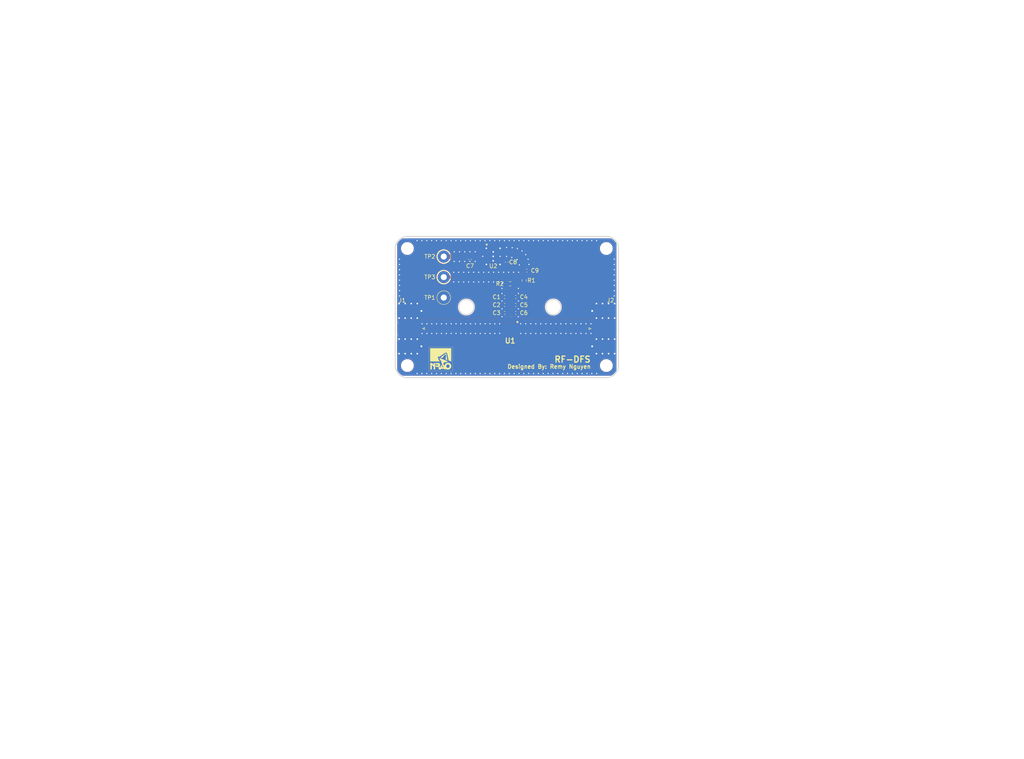
<source format=kicad_pcb>
(kicad_pcb (version 20221018) (generator pcbnew)
  (layers (0 "F.Cu" signal) (1 "In1.Cu" signal) (2 "In2.Cu" signal) (31 "B.Cu" signal) (34 "B.Paste" user) (35 "F.Paste" user) (36 "B.SilkS" user "B.Silkscreen") (37 "F.SilkS" user "F.Silkscreen") (38 "B.Mask" user) (39 "F.Mask" user) (44 "Edge.Cuts" user))
  (net 0 "")
  (net 1 "Net-(IC2-VDD)")
  (net 2 "Net-(IC2-VE)")
  (net 3 "GND")
  (net 4 "Vin")
  (net 5 "Net-(U2-BYP)")
  (net 6 "2.6VDC")
  (net 7 "Net-(IC2-RF-IN)")
  (net 8 "Net-(IC2-RF-OUT)")
  (footprint "Resistor_SMD:R_0603_1608Metric" (layer "F.Cu") (at 142.75 82.065 90)
    (fp_text reference "R1" (at 0.005 0.73 180) (layer "F.SilkS") (effects (justify left)))
    (fp_text value "10 Ω")
    (pad "1" smd roundrect (at -0.825 0 90) (size 0.8 0.95) (layers "F.Cu" "F.Paste" "F.Mask") (net 1 "Net-(IC2-VDD)"))
    (pad "2" smd roundrect (at 0.825 0 90) (size 0.8 0.95) (layers "F.Cu" "F.Paste" "F.Mask") (net 6 "2.6VDC"))
  )
  (footprint "Capacitor_SMD:C_0402_1005Metric" (layer "F.Cu") (at 140.68 88.13)
    (fp_text reference "C5" (at 0.92 0) (layer "F.SilkS") (effects (justify left)))
    (fp_text value "1000 pF")
    (pad "1" smd roundrect (at -0.48 0) (size 0.56 0.62) (layers "F.Cu" "F.Paste" "F.Mask") (net 1 "Net-(IC2-VDD)"))
    (pad "2" smd roundrect (at 0.48 0) (size 0.56 0.62) (layers "F.Cu" "F.Paste" "F.Mask") (net 3 "GND"))
  )
  (footprint "Capacitor_SMD:C_0402_1005Metric" (layer "F.Cu") (at 143.42 79.62)
    (fp_text reference "C9" (at 0.91 0) (layer "F.SilkS") (effects (justify left)))
    (fp_text value "2.2 uF")
    (pad "1" smd roundrect (at -0.48 0) (size 0.56 0.62) (layers "F.Cu" "F.Paste" "F.Mask") (net 6 "2.6VDC"))
    (pad "2" smd roundrect (at 0.48 0) (size 0.56 0.62) (layers "F.Cu" "F.Paste" "F.Mask") (net 3 "GND"))
  )
  (footprint "Capacitor_SMD:C_0402_1005Metric" (layer "F.Cu") (at 129.35 76.86 -90)
    (fp_text reference "C7" (at 1.6 0 -180) (layer "F.SilkS"))
    (fp_text value "0.33 uF")
    (pad "1" smd roundrect (at -0.48 0 270) (size 0.56 0.62) (layers "F.Cu" "F.Paste" "F.Mask") (net 4 "Vin"))
    (pad "2" smd roundrect (at 0.48 0 270) (size 0.56 0.62) (layers "F.Cu" "F.Paste" "F.Mask") (net 3 "GND"))
  )
  (footprint "Capacitor_SMD:C_0402_1005Metric" (layer "F.Cu") (at 140.68 90.1)
    (fp_text reference "C6" (at 0.92 0) (layer "F.SilkS") (effects (justify left)))
    (fp_text value "100 pF")
    (pad "1" smd roundrect (at -0.48 0) (size 0.56 0.62) (layers "F.Cu" "F.Paste" "F.Mask") (net 1 "Net-(IC2-VDD)"))
    (pad "2" smd roundrect (at 0.48 0) (size 0.56 0.62) (layers "F.Cu" "F.Paste" "F.Mask") (net 3 "GND"))
  )
  (footprint "Capacitor_SMD:C_0402_1005Metric" (layer "F.Cu") (at 137.92 86.16)
    (fp_text reference "C1" (at -0.92 0) (layer "F.SilkS") (effects (justify right)))
    (fp_text value "0.33 uF")
    (pad "1" smd roundrect (at -0.48 0) (size 0.56 0.62) (layers "F.Cu" "F.Paste" "F.Mask") (net 3 "GND"))
    (pad "2" smd roundrect (at 0.48 0) (size 0.56 0.62) (layers "F.Cu" "F.Paste" "F.Mask") (net 2 "Net-(IC2-VE)"))
  )
  (footprint "TestPoint:TestPoint_Loop_D2.54mm_Drill1.5mm_Beaded" (layer "F.Cu") (at 122.85 86.32)
    (fp_text reference "TP1" (at -2 0) (layer "F.SilkS") (effects (justify right)))
    (fp_text value "GND")
    (pad "1" thru_hole circle (at 0 0) (size 3 3) (drill 1.5) (layers "*.Cu" "*.Mask") (net 3 "GND"))
  )
  (footprint "Capacitor_SMD:C_0402_1005Metric" (layer "F.Cu") (at 138.475 77.53 -90)
    (fp_text reference "C8" (at 0 -0.465) (layer "F.SilkS") (effects (justify left)))
    (fp_text value "470 pF")
    (pad "1" smd roundrect (at -0.48 0 270) (size 0.56 0.62) (layers "F.Cu" "F.Paste" "F.Mask") (net 5 "Net-(U2-BYP)"))
    (pad "2" smd roundrect (at 0.48 0 270) (size 0.56 0.62) (layers "F.Cu" "F.Paste" "F.Mask") (net 3 "GND"))
  )
  (footprint "footprints:SMA_Molex_73251-1153_EdgeMount_Horizontal_TunedOSH" (layer "F.Cu") (at 161.31 94 180)
    (fp_text reference "J2" (at -3.79 7) (layer "F.SilkS") (effects (justify right)))
    (fp_text value "Conn_Coaxial" hide)
    (pad "1" smd rect (at -1.72 0 180) (size 5.08 2.29) (layers "F.Cu" "F.Paste" "F.Mask") (net 8 "Net-(IC2-RF-OUT)") (clearance 0.6))
    (pad "2" smd rect (at -1.72 -4.38 180) (size 5.08 2.42) (layers "F.Cu" "F.Paste" "F.Mask") (net 3 "GND"))
    (pad "2" smd rect (at -1.72 -4.38 180) (size 5.08 2.42) (layers "B.Cu" "B.Paste" "B.Mask") (net 3 "GND"))
    (pad "2" smd rect (at -1.72 4.38 180) (size 5.08 2.42) (layers "F.Cu" "F.Paste" "F.Mask") (net 3 "GND"))
    (pad "2" smd rect (at -1.72 4.38 180) (size 5.08 2.42) (layers "B.Cu" "B.Paste" "B.Mask") (net 3 "GND"))
    (pad "2" smd rect (at 1.27 -4.38 180) (size 0.95 0.46) (layers "F.Cu") (net 3 "GND"))
    (pad "2" smd rect (at 1.27 -4.38 180) (size 0.95 0.46) (layers "B.Cu") (net 3 "GND"))
    (pad "2" smd rect (at 1.27 4.38 180) (size 0.95 0.46) (layers "F.Cu") (net 3 "GND"))
    (pad "2" smd rect (at 1.27 4.38 180) (size 0.95 0.46) (layers "B.Cu") (net 3 "GND"))
    (pad "2" thru_hole circle (at 1.72 -4.38 180) (size 0.97 0.97) (drill 0.46) (layers "*.Cu") (net 3 "GND"))
    (pad "2" thru_hole circle (at 1.72 4.38 180) (size 0.97 0.97) (drill 0.46) (layers "*.Cu") (net 3 "GND"))
  )
  (footprint "imports:SOT-23-5_M5_MCH" (layer "F.Cu") (at 135.1 76.1)
    (fp_text reference "U2" (at 0 2.4 unlocked) (layer "F.SilkS"))
    (fp_text value "MIC5219-2.6YM5-TR")
    (fp_text user "*" (at -1.61925 -2.601) (layer "F.SilkS"))
    (pad "1" smd rect (at -1.36525 -0.950001) (size 0.9779 0.508) (layers "F.Cu" "F.Paste" "F.Mask") (net 4 "Vin"))
    (pad "2" smd rect (at -1.36525 0) (size 0.9779 0.508) (layers "F.Cu" "F.Paste" "F.Mask") (net 3 "GND"))
    (pad "3" smd rect (at -1.36525 0.950001) (size 0.9779 0.508) (layers "F.Cu" "F.Paste" "F.Mask") (net 4 "Vin"))
    (pad "4" smd rect (at 1.36525 0.950001) (size 0.9779 0.508) (layers "F.Cu" "F.Paste" "F.Mask") (net 5 "Net-(U2-BYP)"))
    (pad "5" smd rect (at 1.36525 -0.950001) (size 0.9779 0.508) (layers "F.Cu" "F.Paste" "F.Mask") (net 6 "2.6VDC"))
  )
  (footprint "FabDrawingTemplates:FabDrawing-4Layer-Metric-Compact-OSH" (layer "F.Cu") (at 55.5 135.5)
    (fp_text reference " " hide)
    (fp_text value " " hide)
  )
  (footprint "TestPoint:TestPoint_Loop_D2.54mm_Drill1.5mm_Beaded" (layer "F.Cu") (at 122.85 81.24)
    (fp_text reference "TP3" (at -2 0) (layer "F.SilkS") (effects (justify right)))
    (fp_text value "2.6VDC")
    (pad "1" thru_hole circle (at 0 0) (size 3 3) (drill 1.5) (layers "*.Cu" "*.Mask") (net 6 "2.6VDC"))
  )
  (footprint "Mini-Circuits:QFN51P250X350X85-17N" (layer "F.Cu") (at 139.3 94 -90)
    (fp_text reference "U1" (at 3 0) (layer "F.SilkS") (effects (font (size 1.27 1.27) (thickness 0.254))))
    (fp_text value "PMA-183PLN+" hide)
    (pad "1" smd rect (at -1.2 -1.02) (size 0.3 0.85) (layers "F.Cu" "F.Paste" "F.Mask") (net 3 "GND"))
    (pad "2" smd rect (at -1.2 -0.51) (size 0.3 0.85) (layers "F.Cu" "F.Paste" "F.Mask") (net 1 "Net-(IC2-VDD)"))
    (pad "3" smd rect (at -1.2 0) (size 0.3 0.85) (layers "F.Cu" "F.Paste" "F.Mask") (net 3 "GND"))
    (pad "4" smd rect (at -1.2 0.51) (size 0.3 0.85) (layers "F.Cu" "F.Paste" "F.Mask") (net 2 "Net-(IC2-VE)"))
    (pad "5" smd rect (at -1.2 1.02) (size 0.3 0.85) (layers "F.Cu" "F.Paste" "F.Mask") (net 3 "GND"))
    (pad "6" smd rect (at -0.51 1.7 270) (size 0.3 0.85) (layers "F.Cu" "F.Paste" "F.Mask") (net 3 "GND"))
    (pad "7" smd rect (at 0 1.7 270) (size 0.3 0.85) (layers "F.Cu" "F.Paste" "F.Mask") (net 7 "Net-(IC2-RF-IN)"))
    (pad "8" smd rect (at 0.51 1.7 270) (size 0.3 0.85) (layers "F.Cu" "F.Paste" "F.Mask") (net 3 "GND"))
    (pad "9" smd rect (at 1.2 1.02) (size 0.3 0.85) (layers "F.Cu" "F.Paste" "F.Mask") (net 3 "GND"))
    (pad "10" smd rect (at 1.2 0.51) (size 0.3 0.85) (layers "F.Cu" "F.Paste" "F.Mask") (net 3 "GND"))
    (pad "11" smd rect (at 1.2 0) (size 0.3 0.85) (layers "F.Cu" "F.Paste" "F.Mask") (net 3 "GND"))
    (pad "12" smd rect (at 1.2 -0.51) (size 0.3 0.85) (layers "F.Cu" "F.Paste" "F.Mask") (net 3 "GND"))
    (pad "13" smd rect (at 1.2 -1.02) (size 0.3 0.85) (layers "F.Cu" "F.Paste" "F.Mask") (net 3 "GND"))
    (pad "14" smd rect (at 0.51 -1.7 270) (size 0.3 0.85) (layers "F.Cu" "F.Paste" "F.Mask") (net 3 "GND"))
    (pad "15" smd rect (at 0 -1.7 270) (size 0.3 0.85) (layers "F.Cu" "F.Paste" "F.Mask") (net 8 "Net-(IC2-RF-OUT)"))
    (pad "16" smd rect (at -0.51 -1.7 270) (size 0.3 0.85) (layers "F.Cu" "F.Paste" "F.Mask") (net 3 "GND"))
    (pad "17" smd rect (at 0 0 270) (size 0.99 2.01) (layers "F.Cu" "F.Paste" "F.Mask") (net 3 "GND"))
  )
  (footprint "MountingHole:MountingHole_2.7mm_M2.5" (layer "F.Cu") (at 163.1 103.15)
    (fp_text reference "REF**" hide)
    (fp_text value "MountingHole_2.7mm_M2.5" hide)
    (pad "" np_thru_hole circle (at 0 0) (size 2.7 2.7) (drill 2.7) (layers "*.Mask" "F.Cu" "In1.Cu" "In2.Cu" "B.Cu"))
  )
  (footprint "Resistor_SMD:R_0603_1608Metric" (layer "F.Cu") (at 139.3 82.89)
    (fp_text reference "R2" (at -1.49 0) (layer "F.SilkS") (effects (justify right)))
    (fp_text value "180 Ω")
    (pad "1" smd roundrect (at -0.825 0) (size 0.8 0.95) (layers "F.Cu" "F.Paste" "F.Mask") (net 2 "Net-(IC2-VE)"))
    (pad "2" smd roundrect (at 0.825 0) (size 0.8 0.95) (layers "F.Cu" "F.Paste" "F.Mask") (net 1 "Net-(IC2-VDD)"))
  )
  (footprint "TestPoint:TestPoint_Loop_D2.54mm_Drill1.5mm_Beaded" (layer "F.Cu") (at 122.85 76.16)
    (fp_text reference "TP2" (at -2 0) (layer "F.SilkS") (effects (justify right)))
    (fp_text value "Vin")
    (pad "1" thru_hole circle (at 0 0) (size 3 3) (drill 1.5) (layers "*.Cu" "*.Mask") (net 4 "Vin"))
  )
  (footprint "Capacitor_SMD:C_0402_1005Metric" (layer "F.Cu") (at 137.92 90.1)
    (fp_text reference "C3" (at -0.92 0) (layer "F.SilkS") (effects (justify right)))
    (fp_text value "100 pF")
    (pad "1" smd roundrect (at -0.48 0) (size 0.56 0.62) (layers "F.Cu" "F.Paste" "F.Mask") (net 3 "GND"))
    (pad "2" smd roundrect (at 0.48 0) (size 0.56 0.62) (layers "F.Cu" "F.Paste" "F.Mask") (net 2 "Net-(IC2-VE)"))
  )
  (footprint "footprints.pretty:nrao1_6mm_silk" (layer "F.Cu") (at 122.1 101.5)
    (fp_text reference "G***" hide)
    (fp_text value "LOGO" hide)
  )
  (footprint "MountingHole:MountingHole_2.7mm_M2.5" (layer "F.Cu") (at 163.1 74.15)
    (fp_text reference "REF**" hide)
    (fp_text value "MountingHole_2.7mm_M2.5" hide)
    (pad "" np_thru_hole circle (at 0 0) (size 2.7 2.7) (drill 2.7) (layers "*.Mask" "F.Cu" "In1.Cu" "In2.Cu" "B.Cu"))
  )
  (footprint "MountingHole:MountingHole_2.7mm_M2.5" (layer "F.Cu") (at 113.85 74.15)
    (fp_text reference "REF**" hide)
    (fp_text value "MountingHole_2.7mm_M2.5" hide)
    (pad "" np_thru_hole circle (at 0 0) (size 2.7 2.7) (drill 2.7) (layers "*.Mask" "F.Cu" "In1.Cu" "In2.Cu" "B.Cu"))
  )
  (footprint "imports:RF-DFS-GCPW-OSH" (layer "F.Cu") (at 207 147.5)
    (fp_text reference "" hide)
    (fp_text value "" hide)
  )
  (footprint "footprints:SMA_Molex_73251-1153_EdgeMount_Horizontal_TunedOSH" (layer "F.Cu") (at 115.6 94)
    (fp_text reference "J1" (at -4 -7) (layer "F.SilkS") (effects (justify left)))
    (fp_text value "Conn_Coaxial" hide)
    (pad "1" smd rect (at -1.72 0) (size 5.08 2.29) (layers "F.Cu" "F.Paste" "F.Mask") (net 7 "Net-(IC2-RF-IN)") (clearance 0.6))
    (pad "2" smd rect (at -1.72 -4.38) (size 5.08 2.42) (layers "F.Cu" "F.Paste" "F.Mask") (net 3 "GND"))
    (pad "2" smd rect (at -1.72 -4.38) (size 5.08 2.42) (layers "B.Cu" "B.Paste" "B.Mask") (net 3 "GND"))
    (pad "2" smd rect (at -1.72 4.38) (size 5.08 2.42) (layers "F.Cu" "F.Paste" "F.Mask") (net 3 "GND"))
    (pad "2" smd rect (at -1.72 4.38) (size 5.08 2.42) (layers "B.Cu" "B.Paste" "B.Mask") (net 3 "GND"))
    (pad "2" smd rect (at 1.27 -4.38) (size 0.95 0.46) (layers "F.Cu") (net 3 "GND"))
    (pad "2" smd rect (at 1.27 -4.38) (size 0.95 0.46) (layers "B.Cu") (net 3 "GND"))
    (pad "2" smd rect (at 1.27 4.38) (size 0.95 0.46) (layers "F.Cu") (net 3 "GND"))
    (pad "2" smd rect (at 1.27 4.38) (size 0.95 0.46) (layers "B.Cu") (net 3 "GND"))
    (pad "2" thru_hole circle (at 1.72 -4.38) (size 0.97 0.97) (drill 0.46) (layers "*.Cu") (net 3 "GND"))
    (pad "2" thru_hole circle (at 1.72 4.38) (size 0.97 0.97) (drill 0.46) (layers "*.Cu") (net 3 "GND"))
  )
  (footprint "Capacitor_SMD:C_0402_1005Metric" (layer "F.Cu") (at 137.92 88.13)
    (fp_text reference "C2" (at -0.92 0) (layer "F.SilkS") (effects (justify right)))
    (fp_text value "1000 pF")
    (pad "1" smd roundrect (at -0.48 0) (size 0.56 0.62) (layers "F.Cu" "F.Paste" "F.Mask") (net 3 "GND"))
    (pad "2" smd roundrect (at 0.48 0) (size 0.56 0.62) (layers "F.Cu" "F.Paste" "F.Mask") (net 2 "Net-(IC2-VE)"))
  )
  (footprint "MountingHole:MountingHole_2.7mm_M2.5" (layer "F.Cu") (at 113.85 103.15)
    (fp_text reference "REF**" hide)
    (fp_text value "MountingHole_2.7mm_M2.5" hide)
    (pad "" np_thru_hole circle (at 0 0) (size 2.7 2.7) (drill 2.7) (layers "*.Cu" "*.Mask"))
  )
  (footprint "Capacitor_SMD:C_0402_1005Metric" (layer "F.Cu") (at 140.68 86.16)
    (fp_text reference "C4" (at 0.92 0) (layer "F.SilkS") (effects (justify left)))
    (fp_text value "0.33 uF")
    (pad "1" smd roundrect (at -0.48 0) (size 0.56 0.62) (layers "F.Cu" "F.Paste" "F.Mask") (net 1 "Net-(IC2-VDD)"))
    (pad "2" smd roundrect (at 0.48 0) (size 0.56 0.62) (layers "F.Cu" "F.Paste" "F.Mask") (net 3 "GND"))
  )
  (gr_arc (start 166.100001 103.150001) (mid 165.221321 105.271321) (end 163.100001 106.150001) (stroke (width 0.2)) (layer "Edge.Cuts"))
  (gr_line (start 166.1 88.65) (end 166.100001 74.149999) (stroke (width 0.2)) (layer "Edge.Cuts"))
  (gr_arc (start 110.85 74.15) (mid 111.72868 72.02868) (end 113.85 71.15) (stroke (width 0.2)) (layer "Edge.Cuts"))
  (gr_line (start 163.100001 71.149999) (end 113.85 71.15) (stroke (width 0.2)) (layer "Edge.Cuts"))
  (gr_arc (start 163.100001 71.149999) (mid 165.221321 72.028679) (end 166.100001 74.149999) (stroke (width 0.2)) (layer "Edge.Cuts"))
  (gr_line (start 166.100001 103.150001) (end 166.1 88.65) (stroke (width 0.2)) (layer "Edge.Cuts"))
  (gr_line (start 113.849999 106.150001) (end 163.100001 106.150001) (stroke (width 0.2)) (layer "Edge.Cuts"))
  (gr_line (start 110.85 74.15) (end 110.85 88.65) (stroke (width 0.2)) (layer "Edge.Cuts"))
  (gr_circle (center 128.4531 88.65) (end 130.32 88.65) (stroke (width 0.2)) (fill none) (layer "Edge.Cuts"))
  (gr_arc (start 113.849999 106.150001) (mid 111.728679 105.271321) (end 110.849999 103.150001) (stroke (width 0.2)) (layer "Edge.Cuts"))
  (gr_circle (center 149.975486 88.65) (end 151.842386 88.65) (stroke (width 0.2)) (fill none) (layer "Edge.Cuts"))
  (gr_line (start 110.85 88.65) (end 110.849999 103.150001) (stroke (width 0.2)) (layer "Edge.Cuts"))
  (gr_text "RF-DFS" (at 159.35 102.5) (layer "F.SilkS") (effects (font (size 1.5 1.5) (thickness 0.3) bold) (justify right bottom)))
  (gr_text "Designed By: Remy Nguyen" (at 159.35 104) (layer "F.SilkS") (effects (font (size 1 1) (thickness 0.2) bold) (justify right bottom)))
  (segment (start 142.75 82.89) (end 140.175 82.89) (width 0.8) (layer "F.Cu") (net 1))
  (segment (start 139.983578 91.31642) (end 139.951421 91.348578) (width 0.3) (layer "F.Cu") (net 1))
  (segment (start 140.125 82.89) (end 140.125 90.5) (width 0.8) (layer "F.Cu") (net 1))
  (segment (start 140.125 90.975) (end 140.125 90.5) (width 0.3) (layer "F.Cu") (net 1))
  (segment (start 139.81 91.69) (end 139.81 92.8) (width 0.3) (layer "F.Cu") (net 1))
  (arc (start 139.951421 91.348578) (mid 139.846753 91.505223) (end 139.809999 91.69) (width 0.3) (layer "F.Cu") (net 1))
  (arc (start 139.983578 91.31642) (mid 140.088245 91.159775) (end 140.124999 90.975) (width 0.3) (layer "F.Cu") (net 1))
  (segment (start 138.616421 91.316421) (end 138.648578 91.348578) (width 0.3) (layer "F.Cu") (net 2))
  (segment (start 138.475 90.975) (end 138.475 90.5) (width 0.3) (layer "F.Cu") (net 2))
  (segment (start 138.79 91.69) (end 138.79 92.8) (width 0.3) (layer "F.Cu") (net 2))
  (segment (start 138.475 82.89) (end 138.475 90.5) (width 0.8) (layer "F.Cu") (net 2))
  (arc (start 138.648578 91.348578) (mid 138.753244 91.505223) (end 138.789999 91.689999) (width 0.3) (layer "F.Cu") (net 2))
  (arc (start 138.616421 91.316421) (mid 138.511753 91.159775) (end 138.474999 90.975) (width 0.3) (layer "F.Cu") (net 2))
  (segment (start 132.5 76.1) (end 133.7 76.1) (width 0.508) (layer "F.Cu") (net 3))
  (via (at 137.87439 105.1) (size 0.6) (drill 0.3) (layers "F.Cu" "B.Cu") (net 3))
  (via (at 130.667073 105.1) (size 0.6) (drill 0.3) (layers "F.Cu" "B.Cu") (net 3))
  (via (at 117.483157 95.2) (size 0.6) (drill 0.3) (layers "F.Cu" "B.Cu") (net 3))
  (via (at 156.815294 92.8) (size 0.6) (drill 0.3) (layers "F.Cu" "B.Cu") (net 3))
  (via (at 143.142941 95.2) (size 0.6) (drill 0.3) (layers "F.Cu" "B.Cu") (net 3))
  (via (at 162.15 91.4) (size 0.8) (drill 0.4) (layers "F.Cu" "B.Cu") (net 3))
  (via (at 134.268292 72.2) (size 0.6) (drill 0.3) (layers "F.Cu" "B.Cu") (net 3))
  (via (at 159.301176 92.8) (size 0.6) (drill 0.3) (layers "F.Cu" "B.Cu") (net 3))
  (via (at 125.32 82.44) (size 0.6) (drill 0.3) (layers "F.Cu" "B.Cu") (net 3))
  (via (at 124.658536 72.2) (size 0.6) (drill 0.3) (layers "F.Cu" "B.Cu") (net 3))
  (via (at 131.495 82.44) (size 0.6) (drill 0.3) (layers "F.Cu" "B.Cu") (net 3))
  (via (at 113.3 100.2) (size 0.8) (drill 0.4) (layers "F.Cu" "B.Cu") (net 3))
  (via (at 123.457317 72.2) (size 0.6) (drill 0.3) (layers "F.Cu" "B.Cu") (net 3))
  (via (at 148.114705 95.2) (size 0.6) (drill 0.3) (layers "F.Cu" "B.Cu") (net 3))
  (via (at 154.691463 105.1) (size 0.6) (drill 0.3) (layers "F.Cu" "B.Cu") (net 3))
  (via (at 129.493684 95.2) (size 0.6) (drill 0.3) (layers "F.Cu" "B.Cu") (net 3))
  (via (at 163.65 96.6) (size 0.8) (drill 0.4) (layers "F.Cu" "B.Cu") (net 3))
  (via (at 141.325 85.3) (size 0.6) (drill 0.3) (layers "F.Cu" "B.Cu") (net 3))
  (via (at 117.451219 72.2) (size 0.6) (drill 0.3) (layers "F.Cu" "B.Cu") (net 3))
  (via (at 143.142941 92.8) (size 0.6) (drill 0.3) (layers "F.Cu" "B.Cu") (net 3))
  (via (at 143.880487 105.1) (size 0.6) (drill 0.3) (layers "F.Cu" "B.Cu") (net 3))
  (via (at 128.292631 92.8) (size 0.6) (drill 0.3) (layers "F.Cu" "B.Cu") (net 3))
  (via (at 165.05 85.9) (size 0.6) (drill 0.3) (layers "F.Cu" "B.Cu") (net 3))
  (via (at 122.256097 72.2) (size 0.6) (drill 0.3) (layers "F.Cu" "B.Cu") (net 3))
  (via (at 137.275 91.05) (size 0.6) (drill 0.3) (layers "F.Cu" "B.Cu") (net 3))
  (via (at 127.063414 105.1) (size 0.6) (drill 0.3) (layers "F.Cu" "B.Cu") (net 3))
  (via (at 131.868292 105.1) (size 0.6) (drill 0.3) (layers "F.Cu" "B.Cu") (net 3))
  (via (at 118.68421 95.2) (size 0.6) (drill 0.3) (layers "F.Cu" "B.Cu") (net 3))
  (via (at 127.091578 92.8) (size 0.6) (drill 0.3) (layers "F.Cu" "B.Cu") (net 3))
  (via (at 133.4 78.1) (size 0.8) (drill 0.4) (layers "F.Cu" "B.Cu") (net 3))
  (via (at 118.68421 92.8) (size 0.6) (drill 0.3) (layers "F.Cu" "B.Cu") (net 3))
  (via (at 126.745 74.96) (size 0.6) (drill 0.3) (layers "F.Cu" "B.Cu") (net 3))
  (via (at 143.878048 72.2) (size 0.6) (drill 0.3) (layers "F.Cu" "B.Cu") (net 3))
  (via (at 149.884146 72.2) (size 0.6) (drill 0.3) (layers "F.Cu" "B.Cu") (net 3))
  (via (at 123.488421 95.2) (size 0.6) (drill 0.3) (layers "F.Cu" "B.Cu") (net 3))
  (via (at 116.25 72.2) (size 0.6) (drill 0.3) (layers "F.Cu" "B.Cu") (net 3))
  (via (at 137.275 82.763334) (size 0.6) (drill 0.3) (layers "F.Cu" "B.Cu") (net 3))
  (via (at 133.965 80.04) (size 0.6) (drill 0.3) (layers "F.Cu" "B.Cu") (net 3))
  (via (at 148.682926 72.2) (size 0.6) (drill 0.3) (layers "F.Cu" "B.Cu") (net 3))
  (via (at 141.325 89.1) (size 0.6) (drill 0.3) (layers "F.Cu" "B.Cu") (net 3))
  (via (at 129.465853 105.1) (size 0.6) (drill 0.3) (layers "F.Cu" "B.Cu") (net 3))
  (via (at 149.357647 92.8) (size 0.6) (drill 0.3) (layers "F.Cu" "B.Cu") (net 3))
  (via (at 122.258536 105.1) (size 0.6) (drill 0.3) (layers "F.Cu" "B.Cu") (net 3))
  (via (at 137.275 89.1) (size 0.6) (drill 0.3) (layers "F.Cu" "B.Cu") (net 3))
  (via (at 137.275 84.031667) (size 0.6) (drill 0.3) (layers "F.Cu" "B.Cu") (net 3))
  (via (at 165.15 87.8) (size 0.8) (drill 0.4) (layers "F.Cu" "B.Cu") (net 3))
  (via (at 136.435 82.44) (size 0.6) (drill 0.3) (layers "F.Cu" "B.Cu") (net 3))
  (via (at 136.435 80.04) (size 0.6) (drill 0.3) (layers "F.Cu" "B.Cu") (net 3))
  (via (at 130.26 80.04) (size 0.6) (drill 0.3) (layers "F.Cu" "B.Cu") (net 3))
  (via (at 125.859756 72.2) (size 0.6) (drill 0.3) (layers "F.Cu" "B.Cu") (net 3))
  (via (at 152.286585 72.2) (size 0.6) (drill 0.3) (layers "F.Cu" "B.Cu") (net 3))
  (via (at 157.091463 72.2) (size 0.6) (drill 0.3) (layers "F.Cu" "B.Cu") (net 3))
  (via (at 133.096842 95.2) (size 0.6) (drill 0.3) (layers "F.Cu" "B.Cu") (net 3))
  (via (at 127.091578 95.2) (size 0.6) (drill 0.3) (layers "F.Cu" "B.Cu") (net 3))
  (via (at 139.07317 72.2) (size 0.6) (drill 0.3) (layers "F.Cu" "B.Cu") (net 3))
  (via (at 139.808879 73.951444) (size 0.6) (drill 0.3) (layers "F.Cu" "B.Cu") (net 3))
  (via (at 111.8 91.4) (size 0.8) (drill 0.4) (layers "F.Cu" "B.Cu") (net 3))
  (via (at 141.551447 78.208881) (size 0.6) (drill 0.3) (layers "F.Cu" "B.Cu") (net 3))
  (via (at 134.297894 92.8) (size 0.6) (drill 0.3) (layers "F.Cu" "B.Cu") (net 3))
  (via (at 121.086315 95.2) (size 0.6) (drill 0.3) (layers "F.Cu" "B.Cu") (net 3))
  (via (at 153.487804 72.2) (size 0.6) (drill 0.3) (layers "F.Cu" "B.Cu") (net 3))
  (via (at 141.9 95.2) (size 0.6) (drill 0.3) (layers "F.Cu" "B.Cu") (net 3))
  (via (at 145.628823 95.2) (size 0.6) (drill 0.3) (layers "F.Cu" "B.Cu") (net 3))
  (via (at 131.895789 92.8) (size 0.6) (drill 0.3) (layers "F.Cu" "B.Cu") (net 3))
  (via (at 143.138107 75.673859) (size 0.6) (drill 0.3) (layers "F.Cu" "B.Cu") (net 3))
  (via (at 149.886585 105.1) (size 0.6) (drill 0.3) (layers "F.Cu" "B.Cu") (net 3))
  (via (at 141.3 91.05) (size 0.6) (drill 0.3) (layers "F.Cu" "B.Cu") (net 3))
  (via (at 135.471951 105.1) (size 0.6) (drill 0.3) (layers "F.Cu" "B.Cu") (net 3))
  (via (at 129.025 80.04) (size 0.6) (drill 0.3) (layers "F.Cu" "B.Cu") (net 3))
  (via (at 114.8 87.8) (size 0.8) (drill 0.4) (layers "F.Cu" "B.Cu") (net 3))
  (via (at 119.885263 92.8) (size 0.6) (drill 0.3) (layers "F.Cu" "B.Cu") (net 3))
  (via (at 165.05 79.4) (size 0.6) (drill 0.3) (layers "F.Cu" "B.Cu") (net 3))
  (via (at 137.67 80.04) (size 0.6) (drill 0.3) (layers "F.Cu" "B.Cu") (net 3))
  (via (at 121.057317 105.1) (size 0.6) (drill 0.3) (layers "F.Cu" "B.Cu") (net 3))
  (via (at 151.843529 92.8) (size 0.6) (drill 0.3) (layers "F.Cu" "B.Cu") (net 3))
  (via (at 133.067073 72.2) (size 0.6) (drill 0.3) (layers "F.Cu" "B.Cu") (net 3))
  (via (at 111.9 80.7) (size 0.6) (drill 0.3) (layers "F.Cu" "B.Cu") (net 3))
  (via (at 135.498947 95.2) (size 0.6) (drill 0.3) (layers "F.Cu" "B.Cu") (net 3))
  (via (at 155.572352 95.2) (size 0.6) (drill 0.3) (layers "F.Cu" "B.Cu") (net 3))
  (via (at 131.495 80.04) (size 0.6) (drill 0.3) (layers "F.Cu" "B.Cu") (net 3))
  (via (at 139.075609 105.1) (size 0.6) (drill 0.3) (layers "F.Cu" "B.Cu") (net 3))
  (via (at 153.08647 92.8) (size 0.6) (drill 0.3) (layers "F.Cu" "B.Cu") (net 3))
  (via (at 155.572352 92.8) (size 0.6) (drill 0.3) (layers "F.Cu" "B.Cu") (net 3))
  (via (at 150.600588 95.2) (size 0.6) (drill 0.3) (layers "F.Cu" "B.Cu") (net 3))
  (via (at 133.096842 92.8) (size 0.6) (drill 0.3) (layers "F.Cu" "B.Cu") (net 3))
  (via (at 130.664634 72.2) (size 0.6) (drill 0.3) (layers "F.Cu" "B.Cu") (net 3))
  (via (at 121.086315 92.8) (size 0.6) (drill 0.3) (layers "F.Cu" "B.Cu") (net 3))
  (via (at 139.691123 76.348554) (size 0.6) (drill 0.3) (layers "F.Cu" "B.Cu") (net 3))
  (via (at 136.7 95.2) (size 0.6) (drill 0.3) (layers "F.Cu" "B.Cu") (net 3))
  (via (at 146.280487 72.2) (size 0.6) (drill 0.3) (layers "F.Cu" "B.Cu") (net 3))
  (via (at 155.890243 72.2) (size 0.6) (drill 0.3) (layers "F.Cu" "B.Cu") (net 3))
  (via (at 113.3 96.6) (size 0.8) (drill 0.4) (layers "F.Cu" "B.Cu") (net 3))
  (via (at 141.080559 74.16916) (size 0.6) (drill 0.3) (layers "F.Cu" "B.Cu") (net 3))
  (via (at 131.865853 72.2) (size 0.6) (drill 0.3) (layers "F.Cu" "B.Cu") (net 3))
  (via (at 111.8 100.2) (size 0.8) (drill 0.4) (layers "F.Cu" "B.Cu") (net 3))
  (via (at 122.287368 95.2) (size 0.6) (drill 0.3) (layers "F.Cu" "B.Cu") (net 3))
  (via (at 145.079268 72.2) (size 0.6) (drill 0.3) (layers "F.Cu" "B.Cu") (net 3))
  (via (at 153.490243 105.1) (size 0.6) (drill 0.3) (layers "F.Cu" "B.Cu") (net 3))
  (via (at 111.9 83.3) (size 0.6) (drill 0.3) (layers "F.Cu" "B.Cu") (net 3))
  (via (at 129.493684 92.8) (size 0.6) (drill 0.3) (layers "F.Cu" "B.Cu") (net 3))
  (via (at 165.15 91.4) (size 0.8) (drill 0.4) (layers "F.Cu" "B.Cu") (net 3))
  (via (at 116.252439 105.1) (size 0.6) (drill 0.3) (layers "F.Cu" "B.Cu") (net 3))
  (via (at 143.948557 78.091117) (size 0.6) (drill 0.3) (layers "F.Cu" "B.Cu") (net 3))
  (via (at 135.498947 92.8) (size 0.6) (drill 0.3) (layers "F.Cu" "B.Cu") (net 3))
  (via (at 156.815294 95.2) (size 0.6) (drill 0.3) (layers "F.Cu" "B.Cu") (net 3))
  (via (at 151.087804 105.1) (size 0.6) (drill 0.3) (layers "F.Cu" "B.Cu") (net 3))
  (via (at 148.114705 92.8) (size 0.6) (drill 0.3) (layers "F.Cu" "B.Cu") (net 3))
  (via (at 129.341666 74.96) (size 0.6) (drill 0.3) (layers "F.Cu" "B.Cu") (net 3))
  (via (at 133.069512 105.1) (size 0.6) (drill 0.3) (layers "F.Cu" "B.Cu") (net 3))
  (via (at 142.676829 72.2) (size 0.6) (drill 0.3) (layers "F.Cu" "B.Cu") (net 3))
  (via (at 118.652439 72.2) (size 0.6) (drill 0.3) (layers "F.Cu" "B.Cu") (net 3))
  (via (at 114.8 91.4) (size 0.8) (drill 0.4) (layers "F.Cu" "B.Cu") (net 3))
  (via (at 142.679268 105.1) (size 0.6) (drill 0.3) (layers "F.Cu" "B.Cu") (net 3))
  (via (at 134.297894 95.2) (size 0.6) (drill 0.3) (layers "F.Cu" "B.Cu") (net 3))
  (via (at 165.05 80.7) (size 0.6) (drill 0.3) (layers "F.Cu" "B.Cu") (net 3))
  (via (at 158.292682 72.2) (size 0.6) (drill 0.3) (layers "F.Cu" "B.Cu") (net 3))
  (via (at 125.862195 105.1) (size 0.6) (drill 0.3) (layers "F.Cu" "B.Cu") (net 3))
  (via (at 160.65 100.2) (size 0.8) (drill 0.4) (layers "F.Cu" "B.Cu") (net 3))
  (via (at 141.475609 72.2) (size 0.6) (drill 0.3) (layers "F.Cu" "B.Cu") (net 3))
  (via (at 151.843529 95.2) (size 0.6) (drill 0.3) (layers "F.Cu" "B.Cu") (net 3))
  (via (at 138.4 76.1) (size 0.6) (drill 0.3) (layers "F.Cu" "B.Cu") (net 3))
  (via (at 130.26 82.44) (size 0.6) (drill 0.3) (layers "F.Cu" "B.Cu") (net 3))
  (via (at 160.65 87.8) (size 0.8) (drill 0.4) (layers "F.Cu" "B.Cu") (net 3))
  (via (at 141.35 87.15) (size 0.6) (drill 0.3) (layers "F.Cu" "B.Cu") (net 3))
  (via (at 160.695121 72.2) (size 0.6) (drill 0.3) (layers "F.Cu" "B.Cu") (net 3))
  (via (at 123.459756 105.1) (size 0.6) (drill 0.3) (layers "F.Cu" "B.Cu") (net 3))
  (via (at 145.081707 105.1) (size 0.6) (drill 0.3) (layers "F.Cu" "B.Cu") (net 3))
  (via (at 147.481707 72.2) (size 0.6) (drill 0.3) (layers "F.Cu" "B.Cu") (net 3))
  (via (at 125.32 80.04) (size 0.6) (drill 0.3) (layers "F.Cu" "B.Cu") (net 3))
  (via (at 127.79 80.04) (size 0.6) (drill 0.3) (layers "F.Cu" "B.Cu") (net 3))
  (via (at 126.555 80.04) (size 0.6) (drill 0.3) (layers "F.Cu" "B.Cu") (net 3))
  (via (at 114.8 96.6) (size 0.8) (drill 0.4) (layers "F.Cu" "B.Cu") (net 3))
  (via (at 144.385882 92.8) (size 0.6) (drill 0.3) (layers "F.Cu" "B.Cu") (net 3))
  (via (at 138.4 73.9) (size 0.6) (drill 0.3) (layers "F.Cu" "B.Cu") (net 3))
  (via (at 149.357647 95.2) (size 0.6) (drill 0.3) (layers "F.Cu" "B.Cu") (net 3))
  (via (at 136.8 74.1) (size 0.8) (drill 0.4) (layers "F.Cu" "B.Cu") (net 3))
  (via (at 111.9 85.9) (size 0.6) (drill 0.3) (layers "F.Cu" "B.Cu") (net 3))
  (via (at 130.694736 92.8) (size 0.6) (drill 0.3) (layers "F.Cu" "B.Cu") (net 3))
  (via (at 137.275 85.3) (size 0.6) (drill 0.3) (layers "F.Cu" "B.Cu") (net 3))
  (via (at 128.043333 74.96) (size 0.6) (drill 0.3) (layers "F.Cu" "B.Cu") (net 3))
  (via (at 130.64 74.96) (size 0.6) (drill 0.3) (layers "F.Cu" "B.Cu") (net 3))
  (via (at 146.282926 105.1) (size 0.6) (drill 0.3) (layers "F.Cu" "B.Cu") (net 3))
  (via (at 125.446666 74.96) (size 0.6) (drill 0.3) (layers "F.Cu" "B.Cu") (net 3))
  (via (at 160.65 91.4) (size 0.8) (drill 0.4) (layers "F.Cu" "B.Cu") (net 3))
  (via (at 155.892682 105.1) (size 0.6) (drill 0.3) (layers "F.Cu" "B.Cu") (net 3))
  (via (at 165.05 76.8) (size 0.6) (drill 0.3) (layers "F.Cu" "B.Cu") (net 3))
  (via (at 153.08647 95.2) (size 0.6) (drill 0.3) (layers "F.Cu" "B.Cu") (net 3))
  (via (at 137.871951 72.2) (size 0.6) (drill 0.3) (layers "F.Cu" "B.Cu") (net 3))
  (via (at 151.085365 72.2) (size 0.6) (drill 0.3) (layers "F.Cu" "B.Cu") (net 3))
  (via (at 119.856097 105.1) (size 0.6) (drill 0.3) (layers "F.Cu" "B.Cu") (net 3))
  (via (at 141.9 92.8) (size 0.6) (drill 0.3) (layers "F.Cu" "B.Cu") (net 3))
  (via (at 125.446666 77.36) (size 0.6) (drill 0.3) (layers "F.Cu" "B.Cu") (net 3))
  (via (at 148.685365 105.1) (size 0.6) (drill 0.3) (layers "F.Cu" "B.Cu") (net 3))
  (via (at 116.3 100.2) (size 0.8) (drill 0.4) (layers "F.Cu" "B.Cu") (net 3))
  (via (at 150.600588 92.8) (size 0.6) (drill 0.3) (layers "F.Cu" "B.Cu") (net 3))
  (via (at 111.9 82) (size 0.6) (drill 0.3) (layers "F.Cu" "B.Cu") (net 3))
  (via (at 117.453658 105.1) (size 0.6) (drill 0.3) (layers "F.Cu" "B.Cu") (net 3))
  (via (at 132.5 76.1) (size 0.6) (drill 0.3) (layers "F.Cu" "B.Cu") (net 3))
  (via (at 124.660975 105.1) (size 0.6) (drill 0.3) (layers "F.Cu" "B.Cu") (net 3))
  (via (at 152.289024 105.1) (size 0.6) (drill 0.3) (layers "F.Cu" "B.Cu") (net 3))
  (via (at 135.469512 72.2) (size 0.6) (drill 0.3) (layers "F.Cu" "B.Cu") (net 3))
  (via (at 163.65 87.8) (size 0.8) (drill 0.4) (layers "F.Cu" "B.Cu") (net 3))
  (via (at 137.275 87.15) (size 0.6) (drill 0.3) (layers "F.Cu" "B.Cu") (net 3))
  (via (at 128.292631 95.2) (size 0.6) (drill 0.3) (layers "F.Cu" "B.Cu") (net 3))
  (via (at 136.8 76.1) (size 0.6) (drill 0.3) (layers "F.Cu" "B.Cu") (net 3))
  (via (at 140.27439 72.2) (size 0.6) (drill 0.3) (layers "F.Cu" "B.Cu") (net 3))
  (via (at 138.905 80.04) (size 0.6) (drill 0.3) (layers "F.Cu" "B.Cu") (net 3))
  (via (at 160.65 96.6) (size 0.8) (drill 0.4) (layers "F.Cu" "B.Cu") (net 3))
  (via (at 154.329411 95.2) (size 0.6) (drill 0.3) (layers "F.Cu" "B.Cu") (net 3))
  (via (at 116.3 96.6) (size 0.8) (drill 0.4) (layers "F.Cu" "B.Cu") (net 3))
  (via (at 136.8 78.1) (size 0.8) (drill 0.4) (layers "F.Cu" "B.Cu") (net 3))
  (via (at 124.689473 92.8) (size 0.6) (drill 0.3) (layers "F.Cu" "B.Cu") (net 3))
  (via (at 140.14 80.04) (size 0.6) (drill 0.3) (layers "F.Cu" "B.Cu") (net 3))
  (via (at 160.69756 105.1) (size 0.6) (drill 0.3) (layers "F.Cu" "B.Cu") (net 3))
  (via (at 165.15 100.2) (size 0.8) (drill 0.4) (layers "F.Cu" "B.Cu") (net 3))
  (via (at 128.264634 105.1) (size 0.6) (drill 0.3) (layers "F.Cu" "B.Cu") (net 3))
  (via (at 158.058235 92.8) (size 0.6) (drill 0.3) (layers "F.Cu" "B.Cu") (net 3))
  (via (at 111.9 84.6) (size 0.6) (drill 0.3) (layers "F.Cu" "B.Cu") (net 3))
  (via (at 142.226137 74.761889) (size 0.6) (drill 0.3) (layers "F.Cu" "B.Cu") (net 3))
  (via (at 165.05 84.6) (size 0.6) (drill 0.3) (layers "F.Cu" "B.Cu") (net 3))
  (via (at 165.15 96.6) (size 0.8) (drill 0.4) (layers "F.Cu" "B.Cu") (net 3))
  (via (at 132.73 80.04) (size 0.6) (drill 0.3) (layers "F.Cu" "B.Cu") (net 3))
  (via (at 127.060975 72.2) (size 0.6) (drill 0.3) (layers "F.Cu" "B.Cu") (net 3))
  (via (at 119.885263 95.2) (size 0.6) (drill 0.3) (layers "F.Cu" "B.Cu") (net 3))
  (via (at 133.4 74.1) (size 0.8) (drill 0.4) (layers "F.Cu" "B.Cu") (net 3))
  (via (at 126.555 82.44) (size 0.6) (drill 0.3) (layers "F.Cu" "B.Cu") (net 3))
  (via (at 114.8 100.2) (size 0.8) (drill 0.4) (layers "F.Cu" "B.Cu") (net 3))
  (via (at 117.483157 92.8) (size 0.6) (drill 0.3) (layers "F.Cu" "B.Cu") (net 3))
  (via (at 159.496341 105.1) (size 0.6) (drill 0.3) (layers "F.Cu" "B.Cu") (net 3))
  (via (at 165.05 82) (size 0.6) (drill 0.3) (layers "F.Cu" "B.Cu") (net 3))
  (via (at 154.689024 72.2) (size 0.6) (drill 0.3) (layers "F.Cu" "B.Cu") (net 3))
  (via (at 118.654878 105.1) (size 0.6) (drill 0.3) (layers "F.Cu" "B.Cu") (net 3))
  (via (at 129.341666 77.36) (size 0.6) (drill 0.3) (layers "F.Cu" "B.Cu") (net 3))
  (via (at 132.73 82.44) (size 0.6) (drill 0.3) (layers "F.Cu" "B.Cu") (net 3))
  (via (at 111.9 78.1) (size 0.6) (drill 0.3) (layers "F.Cu" "B.Cu") (net 3))
  (via (at 144.385882 95.2) (size 0.6) (drill 0.3) (layers "F.Cu" "B.Cu") (net 3))
  (via (at 143.730838 76.819436) (size 0.6) (drill 0.3) (layers "F.Cu" "B.Cu") (net 3))
  (via (at 165.05 78.1) (size 0.6) (drill 0.3) (layers "F.Cu" "B.Cu") (net 3))
  (via (at 131.895789 95.2) (size 0.6) (drill 0.3) (layers "F.Cu" "B.Cu") (net 3))
  (via (at 141.375 80.04) (size 0.6) (drill 0.3) (layers "F.Cu" "B.Cu") (net 3))
  (via (at 133.965 82.44) (size 0.6) (drill 0.3) (layers "F.Cu" "B.Cu") (net 3))
  (via (at 113.3 87.8) (size 0.8) (drill 0.4) (layers "F.Cu" "B.Cu") (net 3))
  (via (at 136.670731 72.2) (size 0.6) (drill 0.3) (layers "F.Cu" "B.Cu") (net 3))
  (via (at 141.478048 105.1) (size 0.6) (drill 0.3) (layers "F.Cu" "B.Cu") (net 3))
  (via (at 121.054878 72.2) (size 0.6) (drill 0.3) (layers "F.Cu" "B.Cu") (net 3))
  (via (at 113.3 91.4) (size 0.8) (drill 0.4) (layers "F.Cu" "B.Cu") (net 3))
  (via (at 124.689473 95.2) (size 0.6) (drill 0.3) (layers "F.Cu" "B.Cu") (net 3))
  (via (at 146.871764 92.8) (size 0.6) (drill 0.3) (layers "F.Cu" "B.Cu") (net 3))
  (via (at 125.890526 92.8) (size 0.6) (drill 0.3) (layers "F.Cu" "B.Cu") (net 3))
  (via (at 162.15 96.6) (size 0.8) (drill 0.4) (layers "F.Cu" "B.Cu") (net 3))
  (via (at 135.1 77.2) (size 0.8) (drill 0.4) (layers "F.Cu" "B.Cu") (net 3))
  (via (at 129.463414 72.2) (size 0.6) (drill 0.3) (layers "F.Cu" "B.Cu") (net 3))
  (via (at 126.745 77.36) (size 0.6) (drill 0.3) (layers "F.Cu" "B.Cu") (net 3))
  (via (at 123.488421 92.8) (size 0.6) (drill 0.3) (layers "F.Cu" "B.Cu") (net 3))
  (via (at 145.628823 92.8) (size 0.6) (drill 0.3) (layers "F.Cu" "B.Cu") (net 3))
  (via (at 147.484146 105.1) (size 0.6) (drill 0.3) (layers "F.Cu" "B.Cu") (net 3))
  (via (at 141.021771 76.87823) (size 0.6) (drill 0.3) (layers "F.Cu" "B.Cu") (net 3))
  (via (at 111.9 79.4) (size 0.6) (drill 0.3) (layers "F.Cu" "B.Cu") (net 3))
  (via (at 136.7 92.8) (size 0.6) (drill 0.3) (layers "F.Cu" "B.Cu") (net 3))
  (via (at 128.043333 77.36) (size 0.6) (drill 0.3) (layers "F.Cu" "B.Cu") (net 3))
  (via (at 127.79 82.44) (size 0.6) (drill 0.3) (layers "F.Cu" "B.Cu") (net 3))
  (via (at 154.329411 92.8) (size 0.6) (drill 0.3) (layers "F.Cu" "B.Cu") (net 3))
  (via (at 119.853658 72.2) (size 0.6) (drill 0.3) (layers "F.Cu" "B.Cu") (net 3))
  (via (at 163.65 91.4) (size 0.8) (drill 0.4) (layers "F.Cu" "B.Cu") (net 3))
  (via (at 135.1 75) (size 0.8) (drill 0.4) (layers "F.Cu" "B.Cu") (net 3))
  (via (at 162.15 87.8) (size 0.8) (drill 0.4) (layers "F.Cu" "B.Cu") (net 3))
  (via (at 165.05 83.3) (size 0.6) (drill 0.3) (layers "F.Cu" "B.Cu") (net 3))
  (via (at 129.025 82.44) (size 0.6) (drill 0.3) (layers "F.Cu" "B.Cu") (net 3))
  (via (at 158.058235 95.2) (size 0.6) (drill 0.3) (layers "F.Cu" "B.Cu") (net 3))
  (via (at 111.8 87.8) (size 0.8) (drill 0.4) (layers "F.Cu" "B.Cu") (net 3))
  (via (at 135.1 76.1) (size 0.8) (drill 0.4) (layers "F.Cu" "B.Cu") (net 3))
  (via (at 135.2 80.04) (size 0.6) (drill 0.3) (layers "F.Cu" "B.Cu") (net 3))
  (via (at 130.64 77.36) (size 0.6) (drill 0.3) (layers "F.Cu" "B.Cu") (net 3))
  (via (at 159.301176 95.2) (size 0.6) (drill 0.3) (layers "F.Cu" "B.Cu") (net 3))
  (via (at 116.3 87.8) (size 0.8) (drill 0.4) (layers "F.Cu" "B.Cu") (net 3))
  (via (at 140.276829 105.1) (size 0.6) (drill 0.3) (layers "F.Cu" "B.Cu") (net 3))
  (via (at 162.15 100.2) (size 0.8) (drill 0.4) (layers "F.Cu" "B.Cu") (net 3))
  (via (at 130.694736 95.2) (size 0.6) (drill 0.3) (layers "F.Cu" "B.Cu") (net 3))
  (via (at 134.270731 105.1) (size 0.6) (drill 0.3) (layers "F.Cu" "B.Cu") (net 3))
  (via (at 135.2 82.44) (size 0.6) (drill 0.3) (layers "F.Cu" "B.Cu") (net 3))
  (via (at 157.093902 105.1) (size 0.6) (drill 0.3) (layers "F.Cu" "B.Cu") (net 3))
  (via (at 125.890526 95.2) (size 0.6) (drill 0.3) (layers "F.Cu" "B.Cu") (net 3))
  (via (at 146.871764 95.2) (size 0.6) (drill 0.3) (layers "F.Cu" "B.Cu") (net 3))
  (via (at 159.493902 72.2) (size 0.6) (drill 0.3) (layers "F.Cu" "B.Cu") (net 3))
  (via (at 111.9 76.8) (size 0.6) (drill 0.3) (layers "F.Cu" "B.Cu") (net 3))
  (via (at 122.287368 92.8) (size 0.6) (drill 0.3) (layers "F.Cu" "B.Cu") (net 3))
  (via (at 128.262195 72.2) (size 0.6) (drill 0.3) (layers "F.Cu" "B.Cu") (net 3))
  (via (at 141.325 84.031667) (size 0.6) (drill 0.3) (layers "F.Cu" "B.Cu") (net 3))
  (via (at 158.295121 105.1) (size 0.6) (drill 0.3) (layers "F.Cu" "B.Cu") (net 3))
  (via (at 163.65 100.2) (size 0.8) (drill 0.4) (layers "F.Cu" "B.Cu") (net 3))
  (via (at 116.3 91.4) (size 0.8) (drill 0.4) (layers "F.Cu" "B.Cu") (net 3))
  (via (at 136.67317 105.1) (size 0.6) (drill 0.3) (layers "F.Cu" "B.Cu") (net 3))
  (via (at 111.8 96.6) (size 0.8) (drill 0.4) (layers "F.Cu" "B.Cu") (net 3))
  (segment (start 130.64 76.16) (end 122.85 76.16) (width 1.1) (layer "F.Cu") (net 4))
  (segment (start 133.7 77.050001) (end 131.530001 77.050001) (width 0.508) (layer "F.Cu") (net 4))
  (segment (start 133.7 75.149999) (end 131.650001 75.149999) (width 0.508) (layer "F.Cu") (net 4))
  (segment (start 131.530001 77.050001) (end 130.64 76.16) (width 0.508) (layer "F.Cu") (net 4))
  (segment (start 131.650001 75.149999) (end 130.64 76.16) (width 0.508) (layer "F.Cu") (net 4))
  (segment (start 138.475 77.05) (end 136.4305 77.050001) (width 0.508) (layer "F.Cu") (net 5))
  (segment (start 142.61 81.24) (end 142.75 81.1) (width 0.508) (layer "F.Cu") (net 6))
  (segment (start 122.85 81.24) (end 142.61 81.24) (width 0.8) (layer "F.Cu") (net 6))
  (segment (start 139.750001 75.149999) (end 136.4305 75.149999) (width 0.508) (layer "F.Cu") (net 6))
  (segment (start 142.750001 78.149999) (end 142.750001 78.250001) (width 0.508) (layer "F.Cu") (net 6))
  (segment (start 142.750001 79.150001) (end 142.750001 80.850001) (width 0.95) (layer "F.Cu") (net 6))
  (arc (start 139.750001 75.149999) (mid 141.871321 76.028678) (end 142.750001 78.149999) (width 0.508) (layer "F.Cu") (net 6))
  (segment (start 113.88 94) (end 136.7 94) (width 0.409) (layer "F.Cu") (net 7))
  (segment (start 163.03 94) (end 141.9 94) (width 0.409) (layer "F.Cu") (net 8))
  (zone (net 7) (net_name "Net-(IC2-RF-IN)") (layer "F.Cu") (priority 17540) (connect_pads yes (clearance 0)) (min_thickness 0.0254) (fill yes (thermal_gap 0.5) (thermal_bridge_width 0.5))
    (polygon (pts (xy 136.669325 94) (xy 136.6915 94.2045) (xy 136.788742 94.202974) (xy 136.872792 94.198832) (xy 136.946293 94.192727) (xy 137.01189 94.185316) (xy 137.072224 94.17725) (xy 137.129941 94.169184) (xy 137.187683 94.161772) (xy 137.248095 94.155668) (xy 137.313819 94.151526) (xy 137.3875 94.15) (xy 137.6 94.15) (xy 137.618 94) (xy 137.6 93.85) (xy 137.3875 93.85) (xy 137.313819 93.848474) (xy 137.248095 93.844332) (xy 137.187683 93.838227) (xy 137.129941 93.830816) (xy 137.072224 93.82275) (xy 137.01189 93.814684) (xy 136.946293 93.807272) (xy 136.872792 93.801168) (xy 136.788742 93.797026) (xy 136.6915 93.7955)))
  )
  (zone (net 3) (net_name "GND") (layer "F.Cu") (name "GND Fill") (priority 3) (connect_pads yes (clearance 0.15)) (min_thickness 0.25) (fill yes (thermal_gap 0.5) (thermal_bridge_width 0.5))
    (polygon (pts (xy 137.15 94.85) (xy 141.45 94.85) (xy 141.45 92.35) (xy 137.15 92.35)))
  )
  (zone (net 6) (net_name "2.6VDC") (layer "F.Cu") (priority 17540) (connect_pads yes (clearance 0)) (min_thickness 0.0254) (fill yes (thermal_gap 0.5) (thermal_bridge_width 0.5))
    (polygon (pts (xy 142.486001 77.425877) (xy 142.479813 77.661881) (xy 142.463017 77.855491) (xy 142.438265 78.017304) (xy 142.408209 78.157921) (xy 142.375501 78.287939) (xy 142.342793 78.417956) (xy 142.312737 78.558573) (xy 142.287985 78.720386) (xy 142.271189 78.913996) (xy 142.265001 79.150001) (xy 142.265001 79.221251) (xy 142.740001 79.387501) (xy 143.215001 79.221251) (xy 143.215001 79.150001) (xy 143.208813 78.913996) (xy 143.192017 78.720386) (xy 143.167265 78.558573) (xy 143.137209 78.417956) (xy 143.104501 78.287939) (xy 143.071793 78.157921) (xy 143.041737 78.017304) (xy 143 77.86) (xy 142.96 77.661881) (xy 142.91 77.44) (xy 142.86 77.2) (xy 142.740001 77.138527) (xy 142.486001 77.171877)))
  )
  (zone (net 8) (net_name "Net-(IC2-RF-OUT)") (layer "F.Cu") (priority 17540) (connect_pads yes (clearance 0)) (min_thickness 0.0254) (fill yes (thermal_gap 0.5) (thermal_bridge_width 0.5))
    (polygon (pts (xy 141.930675 94) (xy 141.9085 93.7955) (xy 141.811257 93.797026) (xy 141.727207 93.801168) (xy 141.653706 93.807271) (xy 141.588109 93.814684) (xy 141.527775 93.82275) (xy 141.470058 93.830816) (xy 141.412316 93.838228) (xy 141.351904 93.844332) (xy 141.28618 93.848474) (xy 141.2125 93.85) (xy 141 93.85) (xy 140.982 94) (xy 141 94.15) (xy 141.2125 94.15) (xy 141.28618 94.151526) (xy 141.351904 94.155668) (xy 141.412316 94.161771) (xy 141.470058 94.169184) (xy 141.527775 94.17725) (xy 141.588109 94.185316) (xy 141.653706 94.192728) (xy 141.727207 94.198832) (xy 141.811257 94.202974) (xy 141.9085 94.2045)))
  )
  (zone (net 3) (net_name "GND") (layers "F.Cu" "In1.Cu" "In2.Cu" "B.Cu") (name "GND Fill") (priority 2) (connect_pads yes (clearance 0.6)) (min_thickness 0.25) (fill yes (thermal_gap 0.5) (thermal_bridge_width 0.5) (smoothing fillet) (radius 3))
    (polygon (pts (xy 111.35 91.5) (xy 165.6 91.5) (xy 165.6 105.65) (xy 111.35 105.65)))
  )
  (zone (net 3) (net_name "GND") (layers "F.Cu" "In1.Cu" "In2.Cu" "B.Cu") (name "GND Fill") (priority 3) (connect_pads yes (clearance 0.15)) (min_thickness 0.5) (fill yes (thermal_gap 0.5) (thermal_bridge_width 0.5))
    (polygon (pts (xy 137.05 92.5) (xy 137.05 91.05) (xy 141.6 91.05) (xy 141.6 92.5) (xy 137.1 92.5)))
  )
  (zone (net 3) (net_name "GND") (layers "F.Cu" "In1.Cu" "In2.Cu" "B.Cu") (name "GND Fill") (priority 1) (connect_pads yes (clearance 0.3)) (min_thickness 0.3) (fill yes (thermal_gap 0.5) (thermal_bridge_width 0.5) (smoothing fillet) (radius 3))
    (polygon (pts (xy 111.35 96.15) (xy 111.35 71.65) (xy 165.6 71.65) (xy 165.6 96.15)))
  )
)
</source>
